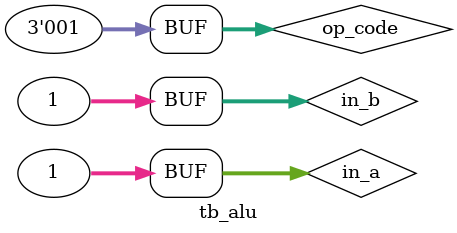
<source format=v>
`timescale 1ns / 1ps

module tb_alu ();
// Design Inputs and outputs
reg [31:0] in_a;
reg [31:0] in_b;
reg [2:0] op_code;
wire [31:0] out;

// DUT instantiation
alu alu (
    .input_a(in_a),
    .input_b(in_b),
    .op_code(op_code),
    .out(out)
);

// Test stimulus
initial begin
    // Use the monitor task to display the FPGA IO
    $monitor("time=%3d, in_a=%d, in_b=%d, ctrl=%b, q=%d \n",
                $time, in_a, in_b, op_code, out);

    // Generate each input with a 20 ns delay between them
    in_a = 1'b0;
    in_b = 1'b0;
    op_code = 3'b000;
    #20
    if (out !== 0) $display("[FAILED] output should be 0");
    in_a = 1'b1;
    #20
    if (out !== 1) $display("[FAILED] output should be 1");
    in_b = 1'b1;
    #20
    if (out !== 2) $display("[FAILED] output should be 2");
    op_code = 3'b001;
    #20
    if (out !== 2) $display("[FAILED] output should be 2");
end

endmodule : tb_alu

</source>
